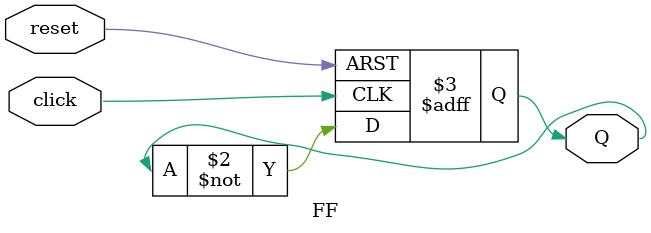
<source format=v>
`timescale 1ns / 1ps

module FF(
    input click,
    input reset,
    output reg Q
    );
    
    always @(posedge click or posedge reset) begin
//        Q <= (Q|click) & ~reset;
        if(reset)
            Q <= 0;
        else if (click)
            Q <= ~Q;
    end
endmodule




//module buttonControl(
//    input clkIn,
//    input click,
//    input reset,
    
//    output reg Q
//    );
    
//    always @ (posedge clkIn) begin
//        Q <= (Q | click) & ~reset;
//    end
//endmodule
</source>
